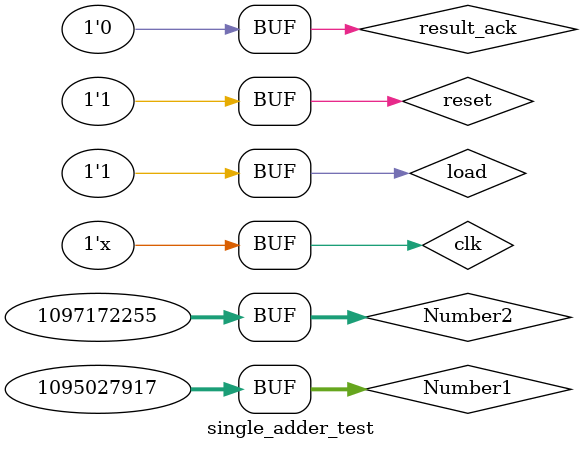
<source format=v>
`timescale 1ns / 1ps


module single_adder_test;

	// Inputs
	reg clk;
	reg reset;
	reg load;
	reg [31:0] Number1;
	reg [31:0] Number2;
	reg result_ack;

	// Outputs
	wire [31:0] Result;
	wire result_ready;

	// Instantiate the Unit Under Test (UUT)
	adder uut (
		.clk(clk), 
		.reset(reset), 
		.load(load), 
		.Number1(Number1), 
		.Number2(Number2), 
		.result_ack(result_ack), 
		.Result(Result), 
		.result_ready(result_ready)
	);

	initial begin
		// Initialize Inputs
		clk = 0;
		reset = 0;
		load = 0;
		Number1 = 0;
		Number2 = 0;
		result_ack = 0;

		#10
		load = 1;
		reset = 1;
		Number1 = 32'b01000001010001001100110011001101; //12.3
		Number2 = 32'b01000001011001011000010100011111; //14.345
		// Result = 26.6449985504 its ok
		#60
		result_ack =1;

		#10
		result_ack = 0;
		reset = 0;
		Number1 = 32'b01100101101100011100000000000000; //1.04925080291e+23
		Number2 = 32'b01011001101000000010000000000000; //5.63389758072e+15
		// reset = 0 ----> module doesnt do anything and output = 0 is not accepted its ok
		#60
		result_ack = 1;

		#10
		reset = 1;
		result_ack =0;
		Number1 = 32'b10110001101100000000000000000000; //-5.12227416039e-09
		Number2 = 32'b10111000001000000000000000000000; //-3.81469726562e-05
		// Result = -3.81520949304e-05 its ok

		#60
		result_ack = 1;

		#10
		result_ack =0;
		load = 0;
		Number1 = 32'b10110001101100000000000000000000; //-5.12227416039e-09
		Number2 = 32'b10111000001000000000000000000000; //-3.81469726562e-05
		// module doesnt work and stay in first state (get_input) its ok

		#60
		result_ack = 1;

		#10
		load = 1;
		result_ack = 0;
		Number1 = 32'b01100101101100011100000000000000; //1.04925080291e+23
		Number2 = 32'b01011001101000000010000000000000; //5.63389758072e+15
		// Result = 1.04925080291e+23  ** module stay in final state till result_ack  its ok

		#70
		Number1 = 32'b01000001010001001100110011001101; //12.3
		Number2 = 32'b01000001011001011000010100011111; //14.345
		// module doestnt work because stayed in final state  its ok







	end
      
	always #10 clk = ~clk;

endmodule


</source>
